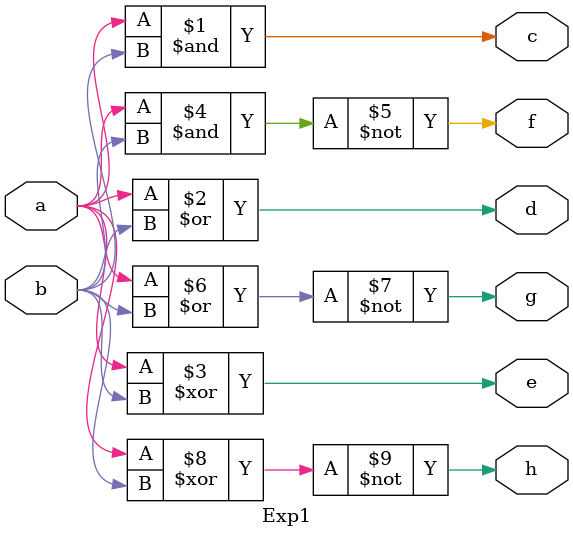
<source format=v>
module Exp1(a,b,c,d,e,f,g,h);
input a,b;
output c,d,e,f,g,h;
assign c = a & b;
assign d = a | b;
assign e = a ^ b;
assign f = ~(a & b);
assign g = ~(a | b);
assign h = ~(a ^ b);
endmodule

</source>
